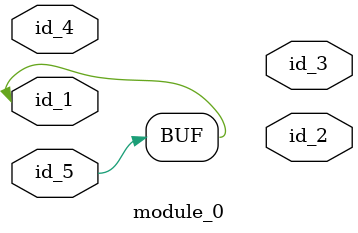
<source format=v>
module module_0 (
    id_1,
    id_2,
    id_3,
    id_4,
    id_5
);
  input id_5;
  input id_4;
  output id_3;
  output id_2;
  inout id_1;
  assign id_1 = id_5;
endmodule

</source>
